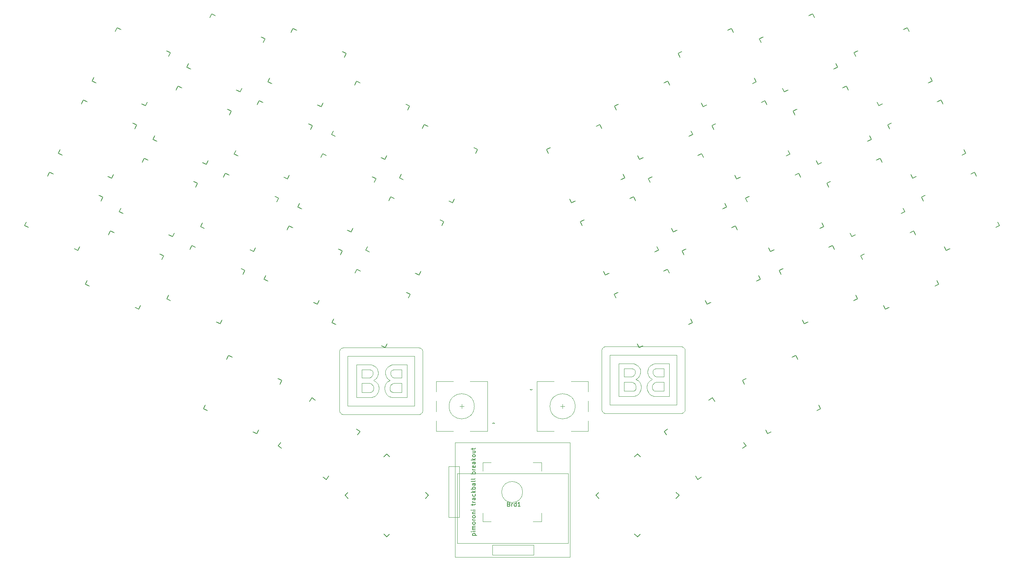
<source format=gbr>
%TF.GenerationSoftware,KiCad,Pcbnew,(5.1.9)-1*%
%TF.CreationDate,2021-07-18T01:14:03-07:00*%
%TF.ProjectId,barobord,6261726f-626f-4726-942e-6b696361645f,rev?*%
%TF.SameCoordinates,Original*%
%TF.FileFunction,Legend,Top*%
%TF.FilePolarity,Positive*%
%FSLAX46Y46*%
G04 Gerber Fmt 4.6, Leading zero omitted, Abs format (unit mm)*
G04 Created by KiCad (PCBNEW (5.1.9)-1) date 2021-07-18 01:14:03*
%MOMM*%
%LPD*%
G01*
G04 APERTURE LIST*
%ADD10C,0.080000*%
%ADD11C,0.120000*%
%ADD12C,0.150000*%
G04 APERTURE END LIST*
D10*
X167597456Y-104021104D02*
X167766129Y-103929904D01*
X167450832Y-119437127D02*
X167329840Y-119290504D01*
X176583763Y-113670994D02*
X176505663Y-114093094D01*
X169145273Y-117742824D02*
X169145273Y-105836604D01*
X167180874Y-104643904D02*
X167238614Y-104457404D01*
X186567893Y-119558119D02*
X186399293Y-119649345D01*
X187004693Y-118785040D02*
X186984493Y-118935384D01*
X185020293Y-105836604D02*
X185020293Y-117742824D01*
X168102919Y-103852204D02*
X168153081Y-103852204D01*
X186012493Y-103852204D02*
X186062493Y-103852204D01*
X167160893Y-118785040D02*
X167160893Y-118735016D01*
X168153081Y-103852204D02*
X186012493Y-103852204D01*
X167180874Y-118935384D02*
X167160893Y-118785040D01*
X167238614Y-104457404D02*
X167329840Y-104288805D01*
X167597456Y-119558119D02*
X167450832Y-119437127D01*
X186212793Y-119707085D02*
X186062493Y-119727204D01*
X176505663Y-114093094D02*
X176490063Y-114145874D01*
X168153081Y-119727204D02*
X168102919Y-119727204D01*
X167952576Y-103872204D02*
X168102919Y-103852204D01*
X167160893Y-104794204D02*
X167180874Y-104643904D01*
X167160893Y-118735016D02*
X167160893Y-104844404D01*
X186926793Y-119121830D02*
X186835593Y-119290504D01*
X186399293Y-103929904D02*
X186567893Y-104021104D01*
X167766129Y-119649345D02*
X167597456Y-119558119D01*
X186984493Y-118935384D02*
X186926793Y-119121830D01*
X186984493Y-104643904D02*
X187004693Y-104794204D01*
X186062493Y-119727204D02*
X186012493Y-119727204D01*
X167329840Y-119290504D02*
X167238614Y-119121830D01*
X186835593Y-104288805D02*
X186926793Y-104457404D01*
X186062493Y-103852204D02*
X186212793Y-103872204D01*
X186212793Y-103872204D02*
X186399293Y-103929904D01*
X167160893Y-104844404D02*
X167160893Y-104794204D01*
X168102919Y-119727204D02*
X167952576Y-119707085D01*
X186835593Y-119290504D02*
X186714593Y-119437127D01*
X186012493Y-119727204D02*
X168153081Y-119727204D01*
X185020293Y-117742824D02*
X169145273Y-117742824D01*
X187004693Y-104794204D02*
X187004693Y-104844404D01*
X187004693Y-118735016D02*
X187004693Y-118785040D01*
X186714593Y-104142104D02*
X186835593Y-104288805D01*
X186926793Y-104457404D02*
X186984493Y-104643904D01*
X167952576Y-119707085D02*
X167766129Y-119649345D01*
X186714593Y-119437127D02*
X186567893Y-119558119D01*
X187004693Y-104844404D02*
X187004693Y-118735016D01*
X167329840Y-104288805D02*
X167450832Y-104142104D01*
X167766129Y-103929904D02*
X167952576Y-103872204D01*
X186567893Y-104021104D02*
X186714593Y-104142104D01*
X176474363Y-114198504D02*
X176249613Y-114687034D01*
X169145273Y-105836604D02*
X185020293Y-105836604D01*
X167238614Y-119121830D02*
X167180874Y-118935384D01*
X186399293Y-119649345D02*
X186212793Y-119707085D01*
X176490063Y-114145874D02*
X176474363Y-114198504D01*
X167450832Y-104142104D02*
X167597456Y-104021104D01*
X176583763Y-113512814D02*
X176583763Y-113670994D01*
X174728682Y-112429924D02*
X174609193Y-112368084D01*
X174872262Y-112533994D02*
X174728682Y-112429924D01*
X174998343Y-112664484D02*
X174872262Y-112533994D01*
X175082693Y-112780234D02*
X174998343Y-112664484D01*
X175125803Y-110170524D02*
X175153783Y-109969444D01*
X175106793Y-112821294D02*
X175082693Y-112780234D01*
X174903133Y-110627724D02*
X175042303Y-110412354D01*
X175317783Y-113443064D02*
X175265013Y-113164024D01*
X174708253Y-110816814D02*
X174761172Y-110774904D01*
X174761172Y-110774904D02*
X174903133Y-110627724D01*
X175141923Y-112875874D02*
X175106793Y-112821294D01*
X175317783Y-113536234D02*
X175317783Y-113443064D01*
X175042303Y-110412354D02*
X175125803Y-110170524D01*
X174680843Y-110838294D02*
X174708253Y-110816814D01*
X175153783Y-109969444D02*
X175153783Y-109902484D01*
X174547033Y-110925114D02*
X174680843Y-110838294D01*
X174546083Y-112344515D02*
X174447413Y-112317075D01*
X174567573Y-112352354D02*
X174546083Y-112344515D01*
X174609193Y-112368084D02*
X174567573Y-112352354D01*
X175265013Y-113164024D02*
X175141923Y-112875874D01*
X172481103Y-111027774D02*
X173969782Y-111027774D01*
X175153783Y-109815244D02*
X175100193Y-109553704D01*
X174739543Y-115677424D02*
X174346803Y-115716544D01*
X175842403Y-111953675D02*
X176189113Y-112307304D01*
X175422523Y-111540144D02*
X175294363Y-111613884D01*
X176396223Y-109741934D02*
X176396223Y-109843784D01*
X175282653Y-115542664D02*
X175080473Y-115605064D01*
X175083363Y-108015304D02*
X175149793Y-108040604D01*
X174216023Y-107862804D02*
X174328773Y-107862804D01*
X171238513Y-107862804D02*
X174216023Y-107862804D01*
X175860853Y-115177324D02*
X175821873Y-115212464D01*
X176120743Y-110854844D02*
X175776393Y-111265754D01*
X176327333Y-110380784D02*
X176120743Y-110854844D01*
X175364633Y-115509424D02*
X175317783Y-115529004D01*
X174391742Y-110992634D02*
X174417113Y-110984804D01*
X176396223Y-109978014D02*
X176327333Y-110380784D01*
X175776393Y-111265754D02*
X175422523Y-111540144D01*
X176249613Y-114687034D02*
X176220403Y-114731944D01*
X172481103Y-109105404D02*
X172481103Y-111027774D01*
X174366243Y-110998424D02*
X174391742Y-110992634D01*
X174209953Y-111018954D02*
X174366243Y-110998424D01*
X174346803Y-115716544D02*
X174216023Y-115716544D01*
X176243823Y-112387484D02*
X176300453Y-112467564D01*
X174029723Y-111027774D02*
X174209953Y-111018954D01*
X174298043Y-109105404D02*
X172481103Y-109105404D01*
X175775023Y-108437204D02*
X175823813Y-108480204D01*
X176192953Y-114776884D02*
X176038613Y-114986894D01*
X174843053Y-115659924D02*
X174790423Y-115669694D01*
X175100193Y-109553704D02*
X174939783Y-109304704D01*
X175294363Y-111613884D02*
X175397833Y-111662634D01*
X176035723Y-108721304D02*
X176204673Y-108997804D01*
X175821873Y-115212464D02*
X175784653Y-115245694D01*
X175584413Y-115391214D02*
X175364633Y-115509424D01*
X173969782Y-111027774D02*
X174029723Y-111027774D01*
X174672302Y-109155204D02*
X174391603Y-109105404D01*
X175153783Y-109902484D02*
X175153783Y-109815244D01*
X176204673Y-108997804D02*
X176232113Y-109058404D01*
X176583763Y-113361754D02*
X176583763Y-113512814D01*
X176498743Y-112909064D02*
X176583763Y-113361754D01*
X176300453Y-112467564D02*
X176498743Y-112909064D01*
X176259383Y-109118904D02*
X176355163Y-109436404D01*
X176355163Y-109436404D02*
X176396223Y-109741934D01*
X175726093Y-108392304D02*
X175775023Y-108437204D01*
X174790423Y-115669694D02*
X174739543Y-115677424D01*
X175823813Y-108480204D02*
X176035723Y-108721304D01*
X171238513Y-115716544D02*
X171238513Y-107862804D01*
X175080473Y-115605064D02*
X174843053Y-115659924D01*
X176038613Y-114986894D02*
X175860853Y-115177324D01*
X174391603Y-109105404D02*
X174298043Y-109105404D01*
X174328773Y-107862804D02*
X174667193Y-107900904D01*
X176189113Y-112307304D02*
X176243823Y-112387484D01*
X175317783Y-115529004D02*
X175282653Y-115542664D01*
X175397833Y-111662634D02*
X175842403Y-111953675D01*
X175455443Y-108196904D02*
X175726093Y-108392304D01*
X175784653Y-115245694D02*
X175584413Y-115391214D01*
X176220403Y-114731944D02*
X176192953Y-114776884D01*
X174667193Y-107900904D02*
X175016933Y-107989804D01*
X174216023Y-115716544D02*
X171238513Y-115716544D01*
X175016933Y-107989804D02*
X175083363Y-108015304D01*
X176396223Y-109843784D02*
X176396223Y-109978014D01*
X175149793Y-108040604D02*
X175455443Y-108196904D01*
X176232113Y-109058404D02*
X176259383Y-109118904D01*
X174417113Y-110984804D02*
X174547033Y-110925114D01*
X174939783Y-109304704D02*
X174672302Y-109155204D01*
X179544893Y-109304604D02*
X179384493Y-109553704D01*
X179812293Y-109155004D02*
X179544893Y-109304604D01*
X182003593Y-109105304D02*
X180186693Y-109105304D01*
X179937493Y-110925114D02*
X180067493Y-110984804D01*
X180092993Y-109105304D02*
X179812293Y-109155004D01*
X180118293Y-110998424D02*
X180274593Y-111018954D01*
X180186693Y-109105304D02*
X180092993Y-109105304D01*
X182003593Y-111027774D02*
X182003593Y-109105304D01*
X180514893Y-111027774D02*
X182003593Y-111027774D01*
X180454793Y-111027774D02*
X180514893Y-111027774D01*
X180274593Y-111018954D02*
X180454793Y-111027774D01*
X180067493Y-110984804D02*
X180092993Y-110992634D01*
X180092993Y-110992634D02*
X180118293Y-110998424D01*
X179803693Y-110838294D02*
X179937493Y-110925114D01*
X179486193Y-112664344D02*
X179401893Y-112780094D01*
X179875393Y-112368084D02*
X179755893Y-112429924D01*
X175317783Y-113636144D02*
X175317783Y-113536234D01*
X174461593Y-114450564D02*
X174777043Y-114393384D01*
X172481103Y-112293784D02*
X172481103Y-114450564D01*
X179938593Y-112344515D02*
X179917093Y-112352354D01*
X179330993Y-109969444D02*
X179358793Y-110170524D01*
X179330993Y-109902484D02*
X179330993Y-109969444D01*
X179219593Y-113164024D02*
X179166893Y-113443064D01*
X179917093Y-112352354D02*
X179875393Y-112368084D01*
X180259993Y-112296684D02*
X180155393Y-112303414D01*
X180139792Y-112305504D02*
X180114192Y-112305504D01*
X180155393Y-112303414D02*
X180139792Y-112305504D01*
X182003593Y-112293784D02*
X180432893Y-112293784D01*
X179407093Y-114221934D02*
X179707493Y-114393384D01*
X175077442Y-114221934D02*
X175257703Y-113936284D01*
X174777043Y-114393384D02*
X175077442Y-114221934D01*
X179226893Y-113936284D02*
X179407093Y-114221934D01*
X174370503Y-112305504D02*
X174344893Y-112305504D01*
X179401893Y-112780094D02*
X179377893Y-112821154D01*
X172481103Y-114450564D02*
X174356603Y-114450564D01*
X174224702Y-112296684D02*
X174095053Y-112293784D01*
X179612293Y-112533994D02*
X179486193Y-112664344D01*
X179755893Y-112429924D02*
X179612293Y-112533994D01*
X180128093Y-114450564D02*
X182003593Y-114450564D01*
X179342593Y-112875874D02*
X179219593Y-113164024D01*
X174356603Y-114450564D02*
X174461593Y-114450564D01*
X180432893Y-112293784D02*
X180389593Y-112293784D01*
X179166893Y-113636144D02*
X179226893Y-113936284D01*
X179377893Y-112821154D02*
X179342593Y-112875874D01*
X180389593Y-112293784D02*
X180259993Y-112296684D01*
X180037293Y-112317075D02*
X179938593Y-112344515D01*
X174095053Y-112293784D02*
X174051913Y-112293784D01*
X175257703Y-113936284D02*
X175317783Y-113636144D01*
X174447413Y-112317075D02*
X174370503Y-112305504D01*
X180114192Y-112305504D02*
X180037293Y-112317075D01*
X174329163Y-112303414D02*
X174224702Y-112296684D01*
X179166893Y-113536234D02*
X179166893Y-113636144D01*
X179776393Y-110816814D02*
X179803693Y-110838294D01*
X179723393Y-110774904D02*
X179776393Y-110816814D01*
X179581393Y-110627724D02*
X179723393Y-110774904D01*
X174344893Y-112305504D02*
X174329163Y-112303414D01*
X179442293Y-110412354D02*
X179581393Y-110627724D01*
X179707493Y-114393384D02*
X180022993Y-114450564D01*
X179358793Y-110170524D02*
X179442293Y-110412354D01*
X174051913Y-112293784D02*
X172481103Y-112293784D01*
X182003593Y-114450564D02*
X182003593Y-112293784D01*
X180022993Y-114450564D02*
X180128093Y-114450564D01*
X179166893Y-113443064D02*
X179166893Y-113536234D01*
X179401293Y-108015304D02*
X179467693Y-107989804D01*
X178623693Y-115177324D02*
X178445893Y-114986894D01*
X178642293Y-111953675D02*
X179086693Y-111662634D01*
X178264293Y-114731944D02*
X178234893Y-114686894D01*
X177900893Y-113657764D02*
X177900893Y-113512814D01*
X179029093Y-108196904D02*
X179334893Y-108040604D01*
X177978893Y-114093094D02*
X177900893Y-113657764D01*
X178699893Y-115245694D02*
X178662793Y-115212464D01*
X178662793Y-115212464D02*
X178623693Y-115177324D01*
X179166893Y-115529004D02*
X179119893Y-115509424D01*
X179202093Y-115542664D02*
X179166893Y-115529004D01*
X179404193Y-115605064D02*
X179202093Y-115542664D01*
X179745193Y-115677424D02*
X179694393Y-115669694D01*
X179334893Y-108040604D02*
X179401293Y-108015304D01*
X178088493Y-109843924D02*
X178088493Y-109741934D01*
X178088493Y-109978124D02*
X178088493Y-109843924D01*
X178363793Y-110854844D02*
X178157193Y-110380784D01*
X178184093Y-112467564D02*
X178240893Y-112387484D01*
X179384493Y-109553704D02*
X179330993Y-109815244D01*
X180268793Y-107862804D02*
X183246193Y-107862804D01*
X180155892Y-107862804D02*
X180268793Y-107862804D01*
X178709693Y-108437204D02*
X178758493Y-108392304D01*
X178129393Y-109436404D02*
X178225193Y-109118904D01*
X177985793Y-112909064D02*
X178184093Y-112467564D01*
X178234893Y-114686894D02*
X178010193Y-114198504D01*
X178448793Y-108721304D02*
X178660793Y-108480104D01*
X178291593Y-114776884D02*
X178264293Y-114731944D01*
X177900893Y-113512814D02*
X177900893Y-113361754D01*
X178445893Y-114986894D02*
X178291593Y-114776884D01*
X180268793Y-115716544D02*
X180125193Y-115716544D01*
X178088493Y-109741934D02*
X178129393Y-109436404D01*
X179330993Y-109815244D02*
X179330993Y-109902484D01*
X178708193Y-111265754D02*
X178363793Y-110854844D01*
X179694393Y-115669694D02*
X179641593Y-115659924D01*
X179817493Y-107900904D02*
X180155892Y-107862804D01*
X178758493Y-108392304D02*
X179029093Y-108196904D01*
X179641593Y-115659924D02*
X179404193Y-115605064D01*
X177994593Y-114145874D02*
X177978893Y-114093094D01*
X178900093Y-115391214D02*
X178699893Y-115245694D01*
X178010193Y-114198504D02*
X177994593Y-114145874D01*
X179119893Y-115509424D02*
X178900093Y-115391214D01*
X178225193Y-109118904D02*
X178252593Y-109058404D01*
X179086693Y-111662634D02*
X179190293Y-111613884D01*
X179467693Y-107989804D02*
X179817493Y-107900904D01*
X183246193Y-107862804D02*
X183246193Y-115716544D01*
X179061993Y-111540144D02*
X178708193Y-111265754D01*
X177900893Y-113361754D02*
X177985793Y-112909064D01*
X178660793Y-108480104D02*
X178709693Y-108437204D01*
X178279893Y-108997804D02*
X178448793Y-108721304D01*
X178295593Y-112307304D02*
X178642293Y-111953675D01*
X179190293Y-111613884D02*
X179061993Y-111540144D01*
X178240893Y-112387484D02*
X178295593Y-112307304D01*
X180125193Y-115716544D02*
X179745193Y-115677424D01*
X183246193Y-115716544D02*
X180268793Y-115716544D01*
X178157193Y-110380784D02*
X178088493Y-109978124D01*
X178252593Y-109058404D02*
X178279893Y-108997804D01*
X112620533Y-110672254D02*
X112704033Y-110430424D01*
X111788183Y-111278854D02*
X111944473Y-111258324D01*
X112732013Y-110162384D02*
X112732013Y-110075144D01*
X112481363Y-110887624D02*
X112620533Y-110672254D01*
X112339402Y-111034804D02*
X112481363Y-110887624D01*
X113905563Y-110640684D02*
X113698973Y-111114744D01*
X112286483Y-111076714D02*
X112339402Y-111034804D01*
X112125263Y-111185014D02*
X112259073Y-111098194D01*
X112595163Y-108249704D02*
X112661593Y-108275204D01*
X111995343Y-111244704D02*
X112125263Y-111185014D01*
X113698973Y-111114744D02*
X113354623Y-111525654D01*
X111944473Y-111258324D02*
X111969972Y-111252534D01*
X112245423Y-108160804D02*
X112595163Y-108249704D01*
X110059333Y-109365304D02*
X110059333Y-111287674D01*
X113420633Y-112213575D02*
X113767343Y-112567204D01*
X112250532Y-109415104D02*
X111969833Y-109365304D01*
X113822053Y-112647384D02*
X113878683Y-112727464D01*
X113613953Y-108981204D02*
X113782903Y-109257704D01*
X113402043Y-108740104D02*
X113613953Y-108981204D01*
X113767343Y-112567204D02*
X113822053Y-112647384D01*
X111548012Y-111287674D02*
X111607953Y-111287674D01*
X113354623Y-111525654D02*
X113000753Y-111800044D01*
X113837613Y-109378804D02*
X113933393Y-109696304D01*
X108816743Y-108122704D02*
X111794253Y-108122704D01*
X112518013Y-109564604D02*
X112250532Y-109415104D01*
X112661593Y-108275204D02*
X112728023Y-108300504D01*
X114076973Y-113168964D02*
X114161993Y-113621654D01*
X112976063Y-111922534D02*
X113420633Y-112213575D01*
X111876273Y-109365304D02*
X110059333Y-109365304D01*
X113000753Y-111800044D02*
X112872593Y-111873784D01*
X112872593Y-111873784D02*
X112976063Y-111922534D01*
X113810343Y-109318304D02*
X113837613Y-109378804D01*
X112678423Y-109813604D02*
X112518013Y-109564604D01*
X111794253Y-108122704D02*
X111907003Y-108122704D01*
X114161993Y-113621654D02*
X114161993Y-113772714D01*
X113974453Y-110103684D02*
X113974453Y-110237914D01*
X113933393Y-109696304D02*
X113974453Y-110001834D01*
X113304323Y-108652204D02*
X113353253Y-108697104D01*
X111969833Y-109365304D02*
X111876273Y-109365304D01*
X113878683Y-112727464D02*
X114076973Y-113168964D01*
X113353253Y-108697104D02*
X113402043Y-108740104D01*
X113782903Y-109257704D02*
X113810343Y-109318304D01*
X112843243Y-113423924D02*
X112720153Y-113135774D01*
X113033673Y-108456804D02*
X113304323Y-108652204D01*
X111969972Y-111252534D02*
X111995343Y-111244704D01*
X112896013Y-113702964D02*
X112843243Y-113423924D01*
X112896013Y-113796134D02*
X112896013Y-113702964D01*
X112732013Y-110229344D02*
X112732013Y-110162384D01*
X110059333Y-111287674D02*
X111548012Y-111287674D01*
X113974453Y-110237914D02*
X113905563Y-110640684D01*
X113974453Y-110001834D02*
X113974453Y-110103684D01*
X111907003Y-108122704D02*
X112245423Y-108160804D01*
X112704033Y-110430424D02*
X112732013Y-110229344D01*
X111607953Y-111287674D02*
X111788183Y-111278854D01*
X112259073Y-111098194D02*
X112286483Y-111076714D01*
X112732013Y-110075144D02*
X112678423Y-109813604D01*
X112728023Y-108300504D02*
X113033673Y-108456804D01*
X116241023Y-115472364D02*
X116201923Y-115437224D01*
X119581823Y-109365204D02*
X117764923Y-109365204D01*
X117323423Y-115937324D02*
X117272623Y-115929594D01*
X115707623Y-109696304D02*
X115803423Y-109378804D01*
X117847023Y-108122704D02*
X120824423Y-108122704D01*
X117045923Y-108249704D02*
X117395723Y-108160804D01*
X116913123Y-108300504D02*
X116979523Y-108275204D01*
X115564023Y-113168964D02*
X115762323Y-112727464D01*
X115803423Y-109378804D02*
X115830823Y-109318304D01*
X115819123Y-112647384D02*
X115873823Y-112567204D01*
X116287923Y-108697104D02*
X116336723Y-108652204D01*
X115479123Y-113772714D02*
X115479123Y-113621654D01*
X115942023Y-111114744D02*
X115735423Y-110640684D01*
X116278123Y-115505594D02*
X116241023Y-115472364D01*
X116478323Y-115651114D02*
X116278123Y-115505594D01*
X116698123Y-115769324D02*
X116478323Y-115651114D01*
X120824423Y-108122704D02*
X120824423Y-115976444D01*
X120824423Y-115976444D02*
X117847023Y-115976444D01*
X116909223Y-110075144D02*
X116909223Y-110162384D01*
X115479123Y-113621654D02*
X115564023Y-113168964D01*
X117123123Y-109564504D02*
X116962723Y-109813604D01*
X115762323Y-112727464D02*
X115819123Y-112647384D01*
X115858123Y-109257704D02*
X116027023Y-108981204D01*
X116220523Y-112213575D02*
X116664923Y-111922534D01*
X116640223Y-111800044D02*
X116286423Y-111525654D01*
X117395723Y-108160804D02*
X117734122Y-108122704D01*
X115666723Y-110238024D02*
X115666723Y-110103824D01*
X116745123Y-115788904D02*
X116698123Y-115769324D01*
X116982423Y-115864964D02*
X116780323Y-115802564D01*
X117219823Y-115919824D02*
X116982423Y-115864964D01*
X115666723Y-110001834D02*
X115707623Y-109696304D01*
X117272623Y-115929594D02*
X117219823Y-115919824D01*
X116336723Y-108652204D02*
X116607323Y-108456804D01*
X116979523Y-108275204D02*
X117045923Y-108249704D01*
X116286423Y-111525654D02*
X115942023Y-111114744D01*
X116768523Y-111873784D02*
X116640223Y-111800044D01*
X118093123Y-111287674D02*
X119581823Y-111287674D01*
X117696523Y-111258324D02*
X117852823Y-111278854D01*
X116664923Y-111922534D02*
X116768523Y-111873784D01*
X117390523Y-109414904D02*
X117123123Y-109564504D01*
X115873823Y-112567204D02*
X116220523Y-112213575D01*
X117671223Y-109365204D02*
X117390523Y-109414904D01*
X119581823Y-111287674D02*
X119581823Y-109365204D01*
X116780323Y-115802564D02*
X116745123Y-115788904D01*
X116027023Y-108981204D02*
X116239023Y-108740004D01*
X116962723Y-109813604D02*
X116909223Y-110075144D01*
X115830823Y-109318304D02*
X115858123Y-109257704D01*
X115735423Y-110640684D02*
X115666723Y-110238024D01*
X117847023Y-115976444D02*
X117703423Y-115976444D01*
X116607323Y-108456804D02*
X116913123Y-108300504D01*
X116239023Y-108740004D02*
X116287923Y-108697104D01*
X118033023Y-111287674D02*
X118093123Y-111287674D01*
X117734122Y-108122704D02*
X117847023Y-108122704D01*
X115813123Y-114946794D02*
X115588423Y-114458404D01*
X115842523Y-114991844D02*
X115813123Y-114946794D01*
X115666723Y-110103824D02*
X115666723Y-110001834D01*
X117703423Y-115976444D02*
X117323423Y-115937324D01*
X115869823Y-115036784D02*
X115842523Y-114991844D01*
X116024123Y-115246794D02*
X115869823Y-115036784D01*
X117852823Y-111278854D02*
X118033023Y-111287674D01*
X116201923Y-115437224D02*
X116024123Y-115246794D01*
X117764923Y-109365204D02*
X117671223Y-109365204D01*
X116980123Y-113039994D02*
X116956123Y-113081054D01*
X116797823Y-113423924D02*
X116745123Y-113702964D01*
X117354623Y-111076714D02*
X117381923Y-111098194D01*
X116937023Y-110430424D02*
X117020523Y-110672254D01*
X116909223Y-110229344D02*
X116937023Y-110430424D01*
X112896013Y-113896044D02*
X112896013Y-113796134D01*
X112660923Y-113040134D02*
X112576573Y-112924384D01*
X119581823Y-114710464D02*
X119581823Y-112553684D01*
X116956123Y-113081054D02*
X116920823Y-113135774D01*
X117334123Y-112689824D02*
X117190523Y-112793894D01*
X117601223Y-114710464D02*
X117706323Y-114710464D01*
X111923123Y-112565404D02*
X111907393Y-112563314D01*
X110059333Y-114710464D02*
X111934833Y-114710464D01*
X117516823Y-112604415D02*
X117495323Y-112612254D01*
X111934833Y-114710464D02*
X112039823Y-114710464D01*
X117733623Y-112563314D02*
X117718022Y-112565404D01*
X118011123Y-112553684D02*
X117967823Y-112553684D01*
X112685023Y-113081194D02*
X112660923Y-113040134D01*
X110059333Y-112553684D02*
X110059333Y-114710464D01*
X119581823Y-112553684D02*
X118011123Y-112553684D01*
X111948733Y-112565404D02*
X111923123Y-112565404D01*
X117706323Y-114710464D02*
X119581823Y-114710464D01*
X116745123Y-113796134D02*
X116745123Y-113896044D01*
X111630143Y-112553684D02*
X110059333Y-112553684D01*
X117285723Y-114653284D02*
X117601223Y-114710464D01*
X112720153Y-113135774D02*
X112685023Y-113081194D01*
X117064423Y-112924244D02*
X116980123Y-113039994D01*
X111802932Y-112556584D02*
X111673283Y-112553684D01*
X117453623Y-112627984D02*
X117334123Y-112689824D01*
X117495323Y-112612254D02*
X117453623Y-112627984D01*
X117692422Y-112565404D02*
X117615523Y-112576975D01*
X117838223Y-112556584D02*
X117733623Y-112563314D01*
X112835933Y-114196184D02*
X112896013Y-113896044D01*
X111673283Y-112553684D02*
X111630143Y-112553684D01*
X112145803Y-112612254D02*
X112124313Y-112604415D01*
X112039823Y-114710464D02*
X112355273Y-114653284D01*
X111907393Y-112563314D02*
X111802932Y-112556584D01*
X117615523Y-112576975D02*
X117516823Y-112604415D01*
X117718022Y-112565404D02*
X117692422Y-112565404D01*
X112355273Y-114653284D02*
X112655672Y-114481834D01*
X112576573Y-112924384D02*
X112450492Y-112793894D01*
X117671223Y-111252534D02*
X117696523Y-111258324D01*
X116745123Y-113702964D02*
X116745123Y-113796134D01*
X112025643Y-112576975D02*
X111948733Y-112565404D01*
X117645723Y-111244704D02*
X117671223Y-111252534D01*
X117159623Y-110887624D02*
X117301623Y-111034804D01*
X112124313Y-112604415D02*
X112025643Y-112576975D01*
X112187423Y-112627984D02*
X112145803Y-112612254D01*
X117301623Y-111034804D02*
X117354623Y-111076714D01*
X117190523Y-112793894D02*
X117064423Y-112924244D01*
X116985323Y-114481834D02*
X117285723Y-114653284D01*
X116745123Y-113896044D02*
X116805123Y-114196184D01*
X112306912Y-112689824D02*
X112187423Y-112627984D01*
X117515723Y-111185014D02*
X117645723Y-111244704D01*
X117381923Y-111098194D02*
X117515723Y-111185014D01*
X117020523Y-110672254D02*
X117159623Y-110887624D01*
X116909223Y-110162384D02*
X116909223Y-110229344D01*
X116805123Y-114196184D02*
X116985323Y-114481834D01*
X112655672Y-114481834D02*
X112835933Y-114196184D01*
X112450492Y-112793894D02*
X112306912Y-112689824D01*
X116920823Y-113135774D02*
X116797823Y-113423924D01*
X117967823Y-112553684D02*
X117838223Y-112556584D01*
X115588423Y-114458404D02*
X115572823Y-114405774D01*
X115557123Y-114352994D02*
X115479123Y-113917664D01*
X115479123Y-113917664D02*
X115479123Y-113772714D01*
X115572823Y-114405774D02*
X115557123Y-114352994D01*
X123791023Y-119966985D02*
X123640723Y-119987104D01*
X123590723Y-104112104D02*
X123640723Y-104112104D01*
X124562723Y-119195284D02*
X124505023Y-119381730D01*
X124582923Y-105104304D02*
X124582923Y-118994916D01*
X123977523Y-119909245D02*
X123791023Y-119966985D01*
X124413823Y-119550404D02*
X124292823Y-119697027D01*
X124582923Y-105054104D02*
X124582923Y-105104304D01*
X124562723Y-104903804D02*
X124582923Y-105054104D01*
X124505023Y-104717304D02*
X124562723Y-104903804D01*
X124146123Y-119818019D02*
X123977523Y-119909245D01*
X124292823Y-119697027D02*
X124146123Y-119818019D01*
X124582923Y-118994916D02*
X124582923Y-119044940D01*
X123791023Y-104132104D02*
X123977523Y-104189804D01*
X123640723Y-104112104D02*
X123791023Y-104132104D01*
X124292823Y-104402004D02*
X124413823Y-104548705D01*
X123977523Y-104189804D02*
X124146123Y-104281004D01*
X124505023Y-119381730D02*
X124413823Y-119550404D01*
X124146123Y-104281004D02*
X124292823Y-104402004D01*
X124582923Y-119044940D02*
X124562723Y-119195284D01*
X124413823Y-104548705D02*
X124505023Y-104717304D01*
X105681149Y-119987104D02*
X105530806Y-119966985D01*
X105731311Y-119987104D02*
X105681149Y-119987104D01*
X105731311Y-104112104D02*
X123590723Y-104112104D01*
X123590723Y-119987104D02*
X105731311Y-119987104D01*
X123640723Y-119987104D02*
X123590723Y-119987104D01*
X114083893Y-114352994D02*
X114068293Y-114405774D01*
X113616843Y-115246794D02*
X113439083Y-115437224D01*
X105175686Y-104281004D02*
X105344359Y-104189804D01*
X114161993Y-113772714D02*
X114161993Y-113930894D01*
X104759104Y-119195284D02*
X104739123Y-119044940D01*
X105530806Y-119966985D02*
X105344359Y-119909245D01*
X104739123Y-105054104D02*
X104759104Y-104903804D01*
X112317773Y-115937324D02*
X111925033Y-115976444D01*
X112368653Y-115929594D02*
X112317773Y-115937324D01*
X114161993Y-113930894D02*
X114083893Y-114352994D01*
X112421283Y-115919824D02*
X112368653Y-115929594D01*
X112896013Y-115788904D02*
X112860883Y-115802564D01*
X113439083Y-115437224D02*
X113400103Y-115472364D01*
X114068293Y-114405774D02*
X114052593Y-114458404D01*
X122598523Y-118002724D02*
X106723503Y-118002724D01*
X104739123Y-118994916D02*
X104739123Y-105104304D01*
X105029062Y-119697027D02*
X104908070Y-119550404D01*
X105175686Y-119818019D02*
X105029062Y-119697027D01*
X112942863Y-115769324D02*
X112896013Y-115788904D01*
X113798633Y-114991844D02*
X113771183Y-115036784D01*
X106723503Y-118002724D02*
X106723503Y-106096504D01*
X105681149Y-104112104D02*
X105731311Y-104112104D01*
X104759104Y-104903804D02*
X104816844Y-104717304D01*
X105530806Y-104132104D02*
X105681149Y-104112104D01*
X104908070Y-104548705D02*
X105029062Y-104402004D01*
X104739123Y-105104304D02*
X104739123Y-105054104D01*
X104739123Y-119044940D02*
X104739123Y-118994916D01*
X104908070Y-119550404D02*
X104816844Y-119381730D01*
X113162643Y-115651114D02*
X112942863Y-115769324D01*
X105344359Y-104189804D02*
X105530806Y-104132104D01*
X104816844Y-119381730D02*
X104759104Y-119195284D01*
X122598523Y-106096504D02*
X122598523Y-118002724D01*
X105029062Y-104402004D02*
X105175686Y-104281004D01*
X106723503Y-106096504D02*
X122598523Y-106096504D01*
X108816743Y-115976444D02*
X108816743Y-108122704D01*
X111794253Y-115976444D02*
X108816743Y-115976444D01*
X113771183Y-115036784D02*
X113616843Y-115246794D01*
X111925033Y-115976444D02*
X111794253Y-115976444D01*
X112658703Y-115864964D02*
X112421283Y-115919824D01*
X113827843Y-114946934D02*
X113798633Y-114991844D01*
X112860883Y-115802564D02*
X112658703Y-115864964D01*
X113400103Y-115472364D02*
X113362883Y-115505594D01*
X105344359Y-119909245D02*
X105175686Y-119818019D01*
X113362883Y-115505594D02*
X113162643Y-115651114D01*
X104816844Y-104717304D02*
X104908070Y-104548705D01*
X114052593Y-114458404D02*
X113827843Y-114946934D01*
D11*
%TO.C,SW43*%
X160852593Y-118058404D02*
G75*
G03*
X160852593Y-118058404I-3000000J0D01*
G01*
X159852593Y-112158404D02*
X163952593Y-112158404D01*
X163952593Y-123958404D02*
X159852593Y-123958404D01*
X155852593Y-123958404D02*
X151752593Y-123958404D01*
X155852593Y-112158404D02*
X151752593Y-112158404D01*
X151752593Y-112158404D02*
X151752593Y-123958404D01*
X150352593Y-114258404D02*
X150052593Y-113958404D01*
X150052593Y-113958404D02*
X150652593Y-113958404D01*
X150652593Y-113958404D02*
X150352593Y-114258404D01*
X163952593Y-112158404D02*
X163952593Y-114558404D01*
X163952593Y-116758404D02*
X163952593Y-119358404D01*
X163952593Y-121558404D02*
X163952593Y-123958404D01*
X157852593Y-117558404D02*
X157852593Y-118558404D01*
X157352593Y-118058404D02*
X158352593Y-118058404D01*
%TO.C,SW42*%
X136852593Y-118058404D02*
G75*
G03*
X136852593Y-118058404I-3000000J0D01*
G01*
X131852593Y-123958404D02*
X127752593Y-123958404D01*
X127752593Y-112158404D02*
X131852593Y-112158404D01*
X135852593Y-112158404D02*
X139952593Y-112158404D01*
X135852593Y-123958404D02*
X139952593Y-123958404D01*
X139952593Y-123958404D02*
X139952593Y-112158404D01*
X141352593Y-121858404D02*
X141652593Y-122158404D01*
X141652593Y-122158404D02*
X141052593Y-122158404D01*
X141052593Y-122158404D02*
X141352593Y-121858404D01*
X127752593Y-123958404D02*
X127752593Y-121558404D01*
X127752593Y-119358404D02*
X127752593Y-116758404D01*
X127752593Y-114558404D02*
X127752593Y-112158404D01*
X133852593Y-118558404D02*
X133852593Y-117558404D01*
X134352593Y-118058404D02*
X133352593Y-118058404D01*
%TO.C,Brd1*%
X159652593Y-153958404D02*
X132252593Y-153958404D01*
X132252593Y-153958404D02*
X132252593Y-126658404D01*
X132252593Y-126658404D02*
X159652593Y-126658404D01*
X159652593Y-126658404D02*
X159652593Y-153958404D01*
X136130593Y-134063404D02*
X159230593Y-134063404D01*
X159230593Y-134063404D02*
X159230593Y-150663404D01*
X159230593Y-150663404D02*
X136130593Y-150663404D01*
X150951593Y-153469404D02*
X141172593Y-153469404D01*
X141172593Y-153469404D02*
X141172593Y-151056404D01*
X141172593Y-151056404D02*
X150951593Y-151056404D01*
X150951593Y-153469404D02*
X150951593Y-151056404D01*
X136130593Y-150663404D02*
X133044593Y-150663404D01*
X136130593Y-134063404D02*
X132790593Y-134038404D01*
X132790593Y-134038404D02*
X132790593Y-150675404D01*
X132790593Y-150675404D02*
X133044593Y-150663404D01*
%TO.C,J1*%
X130752593Y-132358404D02*
X133252593Y-132358404D01*
X133252593Y-132358404D02*
X133252593Y-132558404D01*
X130752593Y-144458404D02*
X130752593Y-132358404D01*
X133252593Y-132558404D02*
X133252593Y-144458404D01*
X133252593Y-144458404D02*
X130752593Y-144458404D01*
X140852593Y-145458404D02*
X138852593Y-145458404D01*
X139852593Y-145458404D02*
X140852593Y-145458404D01*
X138852593Y-145458404D02*
X139852593Y-145458404D01*
X152852593Y-133458404D02*
X152852593Y-131458404D01*
X138852593Y-133458404D02*
X138852593Y-131458404D01*
X152852593Y-145458404D02*
X152852593Y-143458404D01*
X138852593Y-131458404D02*
X138852593Y-133458404D01*
X138852593Y-131458404D02*
X140852593Y-131458404D01*
X152852593Y-145458404D02*
X150852593Y-145458404D01*
X148352593Y-138458404D02*
G75*
G03*
X148352593Y-138458404I-2500000J0D01*
G01*
X138852593Y-145458404D02*
X138852593Y-143458404D01*
X152852593Y-131458404D02*
X152852593Y-133458404D01*
X152852593Y-131458404D02*
X150852593Y-131458404D01*
D12*
%TO.C,SW24*%
X92300360Y-76049621D02*
X92722978Y-75143314D01*
X86806323Y-87831623D02*
X87712630Y-88254241D01*
X93629286Y-75565932D02*
X92722978Y-75143314D01*
X86806323Y-87831623D02*
X87228941Y-86925315D01*
X99917250Y-92841971D02*
X99494632Y-93748278D01*
X105411287Y-81059969D02*
X104504980Y-80637351D01*
X98588324Y-93325660D02*
X99494632Y-93748278D01*
X105411287Y-81059969D02*
X104988669Y-81966277D01*
%TO.C,SW4*%
X108359854Y-41609926D02*
X108782472Y-40703619D01*
X102865817Y-53391928D02*
X103772124Y-53814546D01*
X109688780Y-41126237D02*
X108782472Y-40703619D01*
X102865817Y-53391928D02*
X103288435Y-52485620D01*
X115976744Y-58402276D02*
X115554126Y-59308583D01*
X121470781Y-46620274D02*
X120564474Y-46197656D01*
X114647818Y-58885965D02*
X115554126Y-59308583D01*
X121470781Y-46620274D02*
X121048163Y-47526582D01*
%TO.C,SW14*%
X100330107Y-58829773D02*
X100752725Y-57923466D01*
X94836070Y-70611775D02*
X95742377Y-71034393D01*
X101659033Y-58346084D02*
X100752725Y-57923466D01*
X94836070Y-70611775D02*
X95258688Y-69705467D01*
X107946997Y-75622123D02*
X107524379Y-76528430D01*
X113441034Y-63840121D02*
X112534727Y-63417503D01*
X106618071Y-76105812D02*
X107524379Y-76528430D01*
X113441034Y-63840121D02*
X113018416Y-64746429D01*
%TO.C,SW34*%
X97633712Y-116830312D02*
X98207289Y-116011160D01*
X90177219Y-127479288D02*
X90996371Y-128052865D01*
X99026441Y-116584736D02*
X98207289Y-116011160D01*
X90177219Y-127479288D02*
X90750795Y-126660136D01*
X102218924Y-134690206D02*
X101645347Y-135509358D01*
X109675417Y-124041230D02*
X108856265Y-123467653D01*
X100826195Y-134935782D02*
X101645347Y-135509358D01*
X109675417Y-124041230D02*
X109101841Y-124860382D01*
%TO.C,SW7*%
X170651837Y-47526582D02*
X170229219Y-46620274D01*
X176145874Y-59308583D02*
X177052182Y-58885965D01*
X171135526Y-46197656D02*
X170229219Y-46620274D01*
X176145874Y-59308583D02*
X175723256Y-58402276D01*
X188411565Y-52485620D02*
X188834183Y-53391928D01*
X182917528Y-40703619D02*
X182011220Y-41126237D01*
X187927876Y-53814546D02*
X188834183Y-53391928D01*
X182917528Y-40703619D02*
X183340146Y-41609926D01*
%TO.C,SW40*%
X229180772Y-83126630D02*
X228758154Y-82220322D01*
X234674809Y-94908631D02*
X235581117Y-94486013D01*
X229664461Y-81797704D02*
X228758154Y-82220322D01*
X234674809Y-94908631D02*
X234252191Y-94002324D01*
X246940500Y-88085668D02*
X247363118Y-88991976D01*
X241446463Y-76303667D02*
X240540155Y-76726285D01*
X246456811Y-89414594D02*
X247363118Y-88991976D01*
X241446463Y-76303667D02*
X241869081Y-77209974D01*
%TO.C,SW39*%
X209847834Y-86624838D02*
X209425216Y-85718530D01*
X215341871Y-98406839D02*
X216248179Y-97984221D01*
X210331523Y-85295912D02*
X209425216Y-85718530D01*
X215341871Y-98406839D02*
X214919253Y-97500532D01*
X227607562Y-91583876D02*
X228030180Y-92490184D01*
X222113525Y-79801875D02*
X221207217Y-80224493D01*
X227123873Y-92912802D02*
X228030180Y-92490184D01*
X222113525Y-79801875D02*
X222536143Y-80708182D01*
%TO.C,SW38*%
X201080351Y-112780741D02*
X200657733Y-111874433D01*
X206574388Y-124562742D02*
X207480696Y-124140124D01*
X201564040Y-111451815D02*
X200657733Y-111874433D01*
X206574388Y-124562742D02*
X206151770Y-123656435D01*
X218840079Y-117739779D02*
X219262697Y-118646087D01*
X213346042Y-105957778D02*
X212439734Y-106380396D01*
X218356390Y-119068705D02*
X219262697Y-118646087D01*
X213346042Y-105957778D02*
X213768660Y-106864085D01*
%TO.C,SW37*%
X182598159Y-124860382D02*
X182024583Y-124041230D01*
X190054653Y-135509358D02*
X190873805Y-134935782D01*
X182843735Y-123467653D02*
X182024583Y-124041230D01*
X190054653Y-135509358D02*
X189481076Y-134690206D01*
X200949205Y-126660136D02*
X201522781Y-127479288D01*
X193492711Y-116011160D02*
X192673559Y-116584736D01*
X200703629Y-128052865D02*
X201522781Y-127479288D01*
X193492711Y-116011160D02*
X194066288Y-116830312D01*
%TO.C,SW36*%
X166494362Y-139965906D02*
X165787255Y-139258799D01*
X175686750Y-149158294D02*
X176393857Y-148451187D01*
X166494362Y-138551692D02*
X165787255Y-139258799D01*
X175686750Y-149158294D02*
X174979643Y-148451187D01*
X184879138Y-138551692D02*
X185586245Y-139258799D01*
X175686750Y-129359304D02*
X174979643Y-130066411D01*
X184879138Y-139965906D02*
X185586245Y-139258799D01*
X175686750Y-129359304D02*
X176393857Y-130066411D01*
%TO.C,SW35*%
X115306143Y-130066411D02*
X116013250Y-129359304D01*
X106113755Y-139258799D02*
X106820862Y-139965906D01*
X116720357Y-130066411D02*
X116013250Y-129359304D01*
X106113755Y-139258799D02*
X106820862Y-138551692D01*
X116720357Y-148451187D02*
X116013250Y-149158294D01*
X125912745Y-139258799D02*
X125205638Y-138551692D01*
X115306143Y-148451187D02*
X116013250Y-149158294D01*
X125912745Y-139258799D02*
X125205638Y-139965906D01*
%TO.C,SW33*%
X77931340Y-106864085D02*
X78353958Y-105957778D01*
X72437303Y-118646087D02*
X73343610Y-119068705D01*
X79260266Y-106380396D02*
X78353958Y-105957778D01*
X72437303Y-118646087D02*
X72859921Y-117739779D01*
X85548230Y-123656435D02*
X85125612Y-124562742D01*
X91042267Y-111874433D02*
X90135960Y-111451815D01*
X84219304Y-124140124D02*
X85125612Y-124562742D01*
X91042267Y-111874433D02*
X90619649Y-112780741D01*
%TO.C,SW32*%
X69163857Y-80708182D02*
X69586475Y-79801875D01*
X63669820Y-92490184D02*
X64576127Y-92912802D01*
X70492783Y-80224493D02*
X69586475Y-79801875D01*
X63669820Y-92490184D02*
X64092438Y-91583876D01*
X76780747Y-97500532D02*
X76358129Y-98406839D01*
X82274784Y-85718530D02*
X81368477Y-85295912D01*
X75451821Y-97984221D02*
X76358129Y-98406839D01*
X82274784Y-85718530D02*
X81852166Y-86624838D01*
%TO.C,SW31*%
X49830919Y-77209974D02*
X50253537Y-76303667D01*
X44336882Y-88991976D02*
X45243189Y-89414594D01*
X51159845Y-76726285D02*
X50253537Y-76303667D01*
X44336882Y-88991976D02*
X44759500Y-88085668D01*
X57447809Y-94002324D02*
X57025191Y-94908631D01*
X62941846Y-82220322D02*
X62035539Y-81797704D01*
X56118883Y-94486013D02*
X57025191Y-94908631D01*
X62941846Y-82220322D02*
X62519228Y-83126630D01*
%TO.C,SW30*%
X243653600Y-69205883D02*
X243230982Y-68299575D01*
X249147637Y-80987884D02*
X250053945Y-80565266D01*
X244137289Y-67876957D02*
X243230982Y-68299575D01*
X249147637Y-80987884D02*
X248725019Y-80081577D01*
X261413328Y-74164921D02*
X261835946Y-75071229D01*
X255919291Y-62382920D02*
X255012983Y-62805538D01*
X260929639Y-75493847D02*
X261835946Y-75071229D01*
X255919291Y-62382920D02*
X256341909Y-63289227D01*
%TO.C,SW29*%
X221151025Y-65906783D02*
X220728407Y-65000475D01*
X226645062Y-77688784D02*
X227551370Y-77266166D01*
X221634714Y-64577857D02*
X220728407Y-65000475D01*
X226645062Y-77688784D02*
X226222444Y-76782477D01*
X238910753Y-70865821D02*
X239333371Y-71772129D01*
X233416716Y-59083820D02*
X232510408Y-59506438D01*
X238427064Y-72194747D02*
X239333371Y-71772129D01*
X233416716Y-59083820D02*
X233839334Y-59990127D01*
%TO.C,SW28*%
X201818087Y-69404991D02*
X201395469Y-68498683D01*
X207312124Y-81186992D02*
X208218432Y-80764374D01*
X202301776Y-68076065D02*
X201395469Y-68498683D01*
X207312124Y-81186992D02*
X206889506Y-80280685D01*
X219577815Y-74364029D02*
X220000433Y-75270337D01*
X214083778Y-62582028D02*
X213177470Y-63004646D01*
X219094126Y-75692955D02*
X220000433Y-75270337D01*
X214083778Y-62582028D02*
X214506396Y-63488335D01*
%TO.C,SW27*%
X186711331Y-81966277D02*
X186288713Y-81059969D01*
X192205368Y-93748278D02*
X193111676Y-93325660D01*
X187195020Y-80637351D02*
X186288713Y-81059969D01*
X192205368Y-93748278D02*
X191782750Y-92841971D01*
X204471059Y-86925315D02*
X204893677Y-87831623D01*
X198977022Y-75143314D02*
X198070714Y-75565932D01*
X203987370Y-88254241D02*
X204893677Y-87831623D01*
X198977022Y-75143314D02*
X199399640Y-76049621D01*
%TO.C,SW26*%
X170548029Y-92261793D02*
X170125411Y-91355485D01*
X176042066Y-104043794D02*
X176948374Y-103621176D01*
X171031718Y-90932867D02*
X170125411Y-91355485D01*
X176042066Y-104043794D02*
X175619448Y-103137487D01*
X188307757Y-97220831D02*
X188730375Y-98127139D01*
X182813720Y-85438830D02*
X181907412Y-85861448D01*
X187824068Y-98549757D02*
X188730375Y-98127139D01*
X182813720Y-85438830D02*
X183236338Y-86345137D01*
%TO.C,SW25*%
X108463662Y-86345137D02*
X108886280Y-85438830D01*
X102969625Y-98127139D02*
X103875932Y-98549757D01*
X109792588Y-85861448D02*
X108886280Y-85438830D01*
X102969625Y-98127139D02*
X103392243Y-97220831D01*
X116080552Y-103137487D02*
X115657934Y-104043794D01*
X121574589Y-91355485D02*
X120668282Y-90932867D01*
X114751626Y-103621176D02*
X115657934Y-104043794D01*
X121574589Y-91355485D02*
X121151971Y-92261793D01*
%TO.C,SW23*%
X77193604Y-63488335D02*
X77616222Y-62582028D01*
X71699567Y-75270337D02*
X72605874Y-75692955D01*
X78522530Y-63004646D02*
X77616222Y-62582028D01*
X71699567Y-75270337D02*
X72122185Y-74364029D01*
X84810494Y-80280685D02*
X84387876Y-81186992D01*
X90304531Y-68498683D02*
X89398224Y-68076065D01*
X83481568Y-80764374D02*
X84387876Y-81186992D01*
X90304531Y-68498683D02*
X89881913Y-69404991D01*
%TO.C,SW22*%
X57860666Y-59990127D02*
X58283284Y-59083820D01*
X52366629Y-71772129D02*
X53272936Y-72194747D01*
X59189592Y-59506438D02*
X58283284Y-59083820D01*
X52366629Y-71772129D02*
X52789247Y-70865821D01*
X65477556Y-76782477D02*
X65054938Y-77688784D01*
X70971593Y-65000475D02*
X70065286Y-64577857D01*
X64148630Y-77266166D02*
X65054938Y-77688784D01*
X70971593Y-65000475D02*
X70548975Y-65906783D01*
%TO.C,SW21*%
X35358091Y-63289227D02*
X35780709Y-62382920D01*
X29864054Y-75071229D02*
X30770361Y-75493847D01*
X36687017Y-62805538D02*
X35780709Y-62382920D01*
X29864054Y-75071229D02*
X30286672Y-74164921D01*
X42974981Y-80081577D02*
X42552363Y-80987884D01*
X48469018Y-68299575D02*
X47562711Y-67876957D01*
X41646055Y-80565266D02*
X42552363Y-80987884D01*
X48469018Y-68299575D02*
X48046400Y-69205883D01*
%TO.C,SW20*%
X235623853Y-51986036D02*
X235201235Y-51079728D01*
X241117890Y-63768037D02*
X242024198Y-63345419D01*
X236107542Y-50657110D02*
X235201235Y-51079728D01*
X241117890Y-63768037D02*
X240695272Y-62861730D01*
X253383581Y-56945074D02*
X253806199Y-57851382D01*
X247889544Y-45163073D02*
X246983236Y-45585691D01*
X252899892Y-58274000D02*
X253806199Y-57851382D01*
X247889544Y-45163073D02*
X248312162Y-46069380D01*
%TO.C,SW19*%
X213121278Y-48686936D02*
X212698660Y-47780628D01*
X218615315Y-60468937D02*
X219521623Y-60046319D01*
X213604967Y-47358010D02*
X212698660Y-47780628D01*
X218615315Y-60468937D02*
X218192697Y-59562630D01*
X230881006Y-53645974D02*
X231303624Y-54552282D01*
X225386969Y-41863973D02*
X224480661Y-42286591D01*
X230397317Y-54974900D02*
X231303624Y-54552282D01*
X225386969Y-41863973D02*
X225809587Y-42770280D01*
%TO.C,SW18*%
X193788340Y-52185144D02*
X193365722Y-51278836D01*
X199282377Y-63967145D02*
X200188685Y-63544527D01*
X194272029Y-50856218D02*
X193365722Y-51278836D01*
X199282377Y-63967145D02*
X198859759Y-63060838D01*
X211548068Y-57144182D02*
X211970686Y-58050490D01*
X206054031Y-45362181D02*
X205147723Y-45784799D01*
X211064379Y-58473108D02*
X211970686Y-58050490D01*
X206054031Y-45362181D02*
X206476649Y-46268488D01*
%TO.C,SW17*%
X178681584Y-64746429D02*
X178258966Y-63840121D01*
X184175621Y-76528430D02*
X185081929Y-76105812D01*
X179165273Y-63417503D02*
X178258966Y-63840121D01*
X184175621Y-76528430D02*
X183753003Y-75622123D01*
X196441312Y-69705467D02*
X196863930Y-70611775D01*
X190947275Y-57923466D02*
X190040967Y-58346084D01*
X195957623Y-71034393D02*
X196863930Y-70611775D01*
X190947275Y-57923466D02*
X191369893Y-58829773D01*
%TO.C,SW16*%
X162518283Y-75041946D02*
X162095665Y-74135638D01*
X168012320Y-86823947D02*
X168918628Y-86401329D01*
X163001972Y-73713020D02*
X162095665Y-74135638D01*
X168012320Y-86823947D02*
X167589702Y-85917640D01*
X180278011Y-80000984D02*
X180700629Y-80907292D01*
X174783974Y-68218983D02*
X173877666Y-68641601D01*
X179794322Y-81329910D02*
X180700629Y-80907292D01*
X174783974Y-68218983D02*
X175206592Y-69125290D01*
%TO.C,SW15*%
X116493408Y-69125290D02*
X116916026Y-68218983D01*
X110999371Y-80907292D02*
X111905678Y-81329910D01*
X117822334Y-68641601D02*
X116916026Y-68218983D01*
X110999371Y-80907292D02*
X111421989Y-80000984D01*
X124110298Y-85917640D02*
X123687680Y-86823947D01*
X129604335Y-74135638D02*
X128698028Y-73713020D01*
X122781372Y-86401329D02*
X123687680Y-86823947D01*
X129604335Y-74135638D02*
X129181717Y-75041946D01*
%TO.C,SW13*%
X85223351Y-46268488D02*
X85645969Y-45362181D01*
X79729314Y-58050490D02*
X80635621Y-58473108D01*
X86552277Y-45784799D02*
X85645969Y-45362181D01*
X79729314Y-58050490D02*
X80151932Y-57144182D01*
X92840241Y-63060838D02*
X92417623Y-63967145D01*
X98334278Y-51278836D02*
X97427971Y-50856218D01*
X91511315Y-63544527D02*
X92417623Y-63967145D01*
X98334278Y-51278836D02*
X97911660Y-52185144D01*
%TO.C,SW12*%
X65890413Y-42770280D02*
X66313031Y-41863973D01*
X60396376Y-54552282D02*
X61302683Y-54974900D01*
X67219339Y-42286591D02*
X66313031Y-41863973D01*
X60396376Y-54552282D02*
X60818994Y-53645974D01*
X73507303Y-59562630D02*
X73084685Y-60468937D01*
X79001340Y-47780628D02*
X78095033Y-47358010D01*
X72178377Y-60046319D02*
X73084685Y-60468937D01*
X79001340Y-47780628D02*
X78578722Y-48686936D01*
%TO.C,SW11*%
X43387838Y-46069380D02*
X43810456Y-45163073D01*
X37893801Y-57851382D02*
X38800108Y-58274000D01*
X44716764Y-45585691D02*
X43810456Y-45163073D01*
X37893801Y-57851382D02*
X38316419Y-56945074D01*
X51004728Y-62861730D02*
X50582110Y-63768037D01*
X56498765Y-51079728D02*
X55592458Y-50657110D01*
X49675802Y-63345419D02*
X50582110Y-63768037D01*
X56498765Y-51079728D02*
X56076147Y-51986036D01*
%TO.C,SW10*%
X227594106Y-34766189D02*
X227171488Y-33859881D01*
X233088143Y-46548190D02*
X233994451Y-46125572D01*
X228077795Y-33437263D02*
X227171488Y-33859881D01*
X233088143Y-46548190D02*
X232665525Y-45641883D01*
X245353834Y-39725227D02*
X245776452Y-40631535D01*
X239859797Y-27943226D02*
X238953489Y-28365844D01*
X244870145Y-41054153D02*
X245776452Y-40631535D01*
X239859797Y-27943226D02*
X240282415Y-28849533D01*
%TO.C,SW9*%
X205091531Y-31467089D02*
X204668913Y-30560781D01*
X210585568Y-43249090D02*
X211491876Y-42826472D01*
X205575220Y-30138163D02*
X204668913Y-30560781D01*
X210585568Y-43249090D02*
X210162950Y-42342783D01*
X222851259Y-36426127D02*
X223273877Y-37332435D01*
X217357222Y-24644126D02*
X216450914Y-25066744D01*
X222367570Y-37755053D02*
X223273877Y-37332435D01*
X217357222Y-24644126D02*
X217779840Y-25550433D01*
%TO.C,SW8*%
X185758593Y-34965297D02*
X185335975Y-34058989D01*
X191252630Y-46747298D02*
X192158938Y-46324680D01*
X186242282Y-33636371D02*
X185335975Y-34058989D01*
X191252630Y-46747298D02*
X190830012Y-45840991D01*
X203518321Y-39924335D02*
X203940939Y-40830643D01*
X198024284Y-28142334D02*
X197117976Y-28564952D01*
X203034632Y-41253261D02*
X203940939Y-40830643D01*
X198024284Y-28142334D02*
X198446902Y-29048641D01*
%TO.C,SW6*%
X154488536Y-57822099D02*
X154065918Y-56915791D01*
X159982573Y-69604100D02*
X160888881Y-69181482D01*
X154972225Y-56493173D02*
X154065918Y-56915791D01*
X159982573Y-69604100D02*
X159559955Y-68697793D01*
X172248264Y-62781137D02*
X172670882Y-63687445D01*
X166754227Y-50999136D02*
X165847919Y-51421754D01*
X171764575Y-64110063D02*
X172670882Y-63687445D01*
X166754227Y-50999136D02*
X167176845Y-51905443D01*
%TO.C,SW5*%
X124523155Y-51905443D02*
X124945773Y-50999136D01*
X119029118Y-63687445D02*
X119935425Y-64110063D01*
X125852081Y-51421754D02*
X124945773Y-50999136D01*
X119029118Y-63687445D02*
X119451736Y-62781137D01*
X132140045Y-68697793D02*
X131717427Y-69604100D01*
X137634082Y-56915791D02*
X136727775Y-56493173D01*
X130811119Y-69181482D02*
X131717427Y-69604100D01*
X137634082Y-56915791D02*
X137211464Y-57822099D01*
%TO.C,SW3*%
X93253098Y-29048641D02*
X93675716Y-28142334D01*
X87759061Y-40830643D02*
X88665368Y-41253261D01*
X94582024Y-28564952D02*
X93675716Y-28142334D01*
X87759061Y-40830643D02*
X88181679Y-39924335D01*
X100869988Y-45840991D02*
X100447370Y-46747298D01*
X106364025Y-34058989D02*
X105457718Y-33636371D01*
X99541062Y-46324680D02*
X100447370Y-46747298D01*
X106364025Y-34058989D02*
X105941407Y-34965297D01*
%TO.C,SW2*%
X73920160Y-25550433D02*
X74342778Y-24644126D01*
X68426123Y-37332435D02*
X69332430Y-37755053D01*
X75249086Y-25066744D02*
X74342778Y-24644126D01*
X68426123Y-37332435D02*
X68848741Y-36426127D01*
X81537050Y-42342783D02*
X81114432Y-43249090D01*
X87031087Y-30560781D02*
X86124780Y-30138163D01*
X80208124Y-42826472D02*
X81114432Y-43249090D01*
X87031087Y-30560781D02*
X86608469Y-31467089D01*
%TO.C,SW1*%
X51417585Y-28849533D02*
X51840203Y-27943226D01*
X45923548Y-40631535D02*
X46829855Y-41054153D01*
X52746511Y-28365844D02*
X51840203Y-27943226D01*
X45923548Y-40631535D02*
X46346166Y-39725227D01*
X59034475Y-45641883D02*
X58611857Y-46548190D01*
X64528512Y-33859881D02*
X63622205Y-33437263D01*
X57705549Y-46125572D02*
X58611857Y-46548190D01*
X64528512Y-33859881D02*
X64105894Y-34766189D01*
%TO.C,Brd1*%
X145085926Y-141332975D02*
X145228783Y-141380594D01*
X145276402Y-141428213D01*
X145324021Y-141523451D01*
X145324021Y-141666308D01*
X145276402Y-141761546D01*
X145228783Y-141809165D01*
X145133545Y-141856784D01*
X144752593Y-141856784D01*
X144752593Y-140856784D01*
X145085926Y-140856784D01*
X145181164Y-140904404D01*
X145228783Y-140952023D01*
X145276402Y-141047261D01*
X145276402Y-141142499D01*
X145228783Y-141237737D01*
X145181164Y-141285356D01*
X145085926Y-141332975D01*
X144752593Y-141332975D01*
X145752593Y-141856784D02*
X145752593Y-141190118D01*
X145752593Y-141380594D02*
X145800212Y-141285356D01*
X145847831Y-141237737D01*
X145943069Y-141190118D01*
X146038307Y-141190118D01*
X146800212Y-141856784D02*
X146800212Y-140856784D01*
X146800212Y-141809165D02*
X146704973Y-141856784D01*
X146514497Y-141856784D01*
X146419259Y-141809165D01*
X146371640Y-141761546D01*
X146324021Y-141666308D01*
X146324021Y-141380594D01*
X146371640Y-141285356D01*
X146419259Y-141237737D01*
X146514497Y-141190118D01*
X146704973Y-141190118D01*
X146800212Y-141237737D01*
X147800212Y-141856784D02*
X147228783Y-141856784D01*
X147514497Y-141856784D02*
X147514497Y-140856784D01*
X147419259Y-140999642D01*
X147324021Y-141094880D01*
X147228783Y-141142499D01*
%TO.C,J1*%
X136438307Y-148791737D02*
X137438307Y-148791737D01*
X136485926Y-148791737D02*
X136438307Y-148696499D01*
X136438307Y-148506023D01*
X136485926Y-148410784D01*
X136533545Y-148363165D01*
X136628783Y-148315546D01*
X136914497Y-148315546D01*
X137009735Y-148363165D01*
X137057354Y-148410784D01*
X137104973Y-148506023D01*
X137104973Y-148696499D01*
X137057354Y-148791737D01*
X137104973Y-147886975D02*
X136438307Y-147886975D01*
X136104973Y-147886975D02*
X136152593Y-147934594D01*
X136200212Y-147886975D01*
X136152593Y-147839356D01*
X136104973Y-147886975D01*
X136200212Y-147886975D01*
X137104973Y-147410784D02*
X136438307Y-147410784D01*
X136533545Y-147410784D02*
X136485926Y-147363165D01*
X136438307Y-147267927D01*
X136438307Y-147125070D01*
X136485926Y-147029832D01*
X136581164Y-146982213D01*
X137104973Y-146982213D01*
X136581164Y-146982213D02*
X136485926Y-146934594D01*
X136438307Y-146839356D01*
X136438307Y-146696499D01*
X136485926Y-146601261D01*
X136581164Y-146553642D01*
X137104973Y-146553642D01*
X137104973Y-145934594D02*
X137057354Y-146029832D01*
X137009735Y-146077451D01*
X136914497Y-146125070D01*
X136628783Y-146125070D01*
X136533545Y-146077451D01*
X136485926Y-146029832D01*
X136438307Y-145934594D01*
X136438307Y-145791737D01*
X136485926Y-145696499D01*
X136533545Y-145648880D01*
X136628783Y-145601261D01*
X136914497Y-145601261D01*
X137009735Y-145648880D01*
X137057354Y-145696499D01*
X137104973Y-145791737D01*
X137104973Y-145934594D01*
X137104973Y-145172689D02*
X136438307Y-145172689D01*
X136628783Y-145172689D02*
X136533545Y-145125070D01*
X136485926Y-145077451D01*
X136438307Y-144982213D01*
X136438307Y-144886975D01*
X137104973Y-144410784D02*
X137057354Y-144506023D01*
X137009735Y-144553642D01*
X136914497Y-144601261D01*
X136628783Y-144601261D01*
X136533545Y-144553642D01*
X136485926Y-144506023D01*
X136438307Y-144410784D01*
X136438307Y-144267927D01*
X136485926Y-144172689D01*
X136533545Y-144125070D01*
X136628783Y-144077451D01*
X136914497Y-144077451D01*
X137009735Y-144125070D01*
X137057354Y-144172689D01*
X137104973Y-144267927D01*
X137104973Y-144410784D01*
X136438307Y-143648880D02*
X137104973Y-143648880D01*
X136533545Y-143648880D02*
X136485926Y-143601261D01*
X136438307Y-143506023D01*
X136438307Y-143363165D01*
X136485926Y-143267927D01*
X136581164Y-143220308D01*
X137104973Y-143220308D01*
X137104973Y-142744118D02*
X136438307Y-142744118D01*
X136104973Y-142744118D02*
X136152593Y-142791737D01*
X136200212Y-142744118D01*
X136152593Y-142696499D01*
X136104973Y-142744118D01*
X136200212Y-142744118D01*
X136438307Y-141648880D02*
X136438307Y-141267927D01*
X136104973Y-141506023D02*
X136962116Y-141506023D01*
X137057354Y-141458404D01*
X137104973Y-141363165D01*
X137104973Y-141267927D01*
X137104973Y-140934594D02*
X136438307Y-140934594D01*
X136628783Y-140934594D02*
X136533545Y-140886975D01*
X136485926Y-140839356D01*
X136438307Y-140744118D01*
X136438307Y-140648880D01*
X137104973Y-139886975D02*
X136581164Y-139886975D01*
X136485926Y-139934594D01*
X136438307Y-140029832D01*
X136438307Y-140220308D01*
X136485926Y-140315546D01*
X137057354Y-139886975D02*
X137104973Y-139982213D01*
X137104973Y-140220308D01*
X137057354Y-140315546D01*
X136962116Y-140363165D01*
X136866878Y-140363165D01*
X136771640Y-140315546D01*
X136724021Y-140220308D01*
X136724021Y-139982213D01*
X136676402Y-139886975D01*
X137057354Y-138982213D02*
X137104973Y-139077451D01*
X137104973Y-139267927D01*
X137057354Y-139363165D01*
X137009735Y-139410784D01*
X136914497Y-139458404D01*
X136628783Y-139458404D01*
X136533545Y-139410784D01*
X136485926Y-139363165D01*
X136438307Y-139267927D01*
X136438307Y-139077451D01*
X136485926Y-138982213D01*
X137104973Y-138553642D02*
X136104973Y-138553642D01*
X136724021Y-138458404D02*
X137104973Y-138172689D01*
X136438307Y-138172689D02*
X136819259Y-138553642D01*
X137104973Y-137744118D02*
X136104973Y-137744118D01*
X136485926Y-137744118D02*
X136438307Y-137648880D01*
X136438307Y-137458404D01*
X136485926Y-137363165D01*
X136533545Y-137315546D01*
X136628783Y-137267927D01*
X136914497Y-137267927D01*
X137009735Y-137315546D01*
X137057354Y-137363165D01*
X137104973Y-137458404D01*
X137104973Y-137648880D01*
X137057354Y-137744118D01*
X137104973Y-136410784D02*
X136581164Y-136410784D01*
X136485926Y-136458404D01*
X136438307Y-136553642D01*
X136438307Y-136744118D01*
X136485926Y-136839356D01*
X137057354Y-136410784D02*
X137104973Y-136506023D01*
X137104973Y-136744118D01*
X137057354Y-136839356D01*
X136962116Y-136886975D01*
X136866878Y-136886975D01*
X136771640Y-136839356D01*
X136724021Y-136744118D01*
X136724021Y-136506023D01*
X136676402Y-136410784D01*
X137104973Y-135791737D02*
X137057354Y-135886975D01*
X136962116Y-135934594D01*
X136104973Y-135934594D01*
X137104973Y-135267927D02*
X137057354Y-135363165D01*
X136962116Y-135410784D01*
X136104973Y-135410784D01*
X137104973Y-134125070D02*
X136104973Y-134125070D01*
X136485926Y-134125070D02*
X136438307Y-134029832D01*
X136438307Y-133839356D01*
X136485926Y-133744118D01*
X136533545Y-133696499D01*
X136628783Y-133648880D01*
X136914497Y-133648880D01*
X137009735Y-133696499D01*
X137057354Y-133744118D01*
X137104973Y-133839356D01*
X137104973Y-134029832D01*
X137057354Y-134125070D01*
X137104973Y-133220308D02*
X136438307Y-133220308D01*
X136628783Y-133220308D02*
X136533545Y-133172689D01*
X136485926Y-133125070D01*
X136438307Y-133029832D01*
X136438307Y-132934594D01*
X137057354Y-132220308D02*
X137104973Y-132315546D01*
X137104973Y-132506023D01*
X137057354Y-132601261D01*
X136962116Y-132648880D01*
X136581164Y-132648880D01*
X136485926Y-132601261D01*
X136438307Y-132506023D01*
X136438307Y-132315546D01*
X136485926Y-132220308D01*
X136581164Y-132172689D01*
X136676402Y-132172689D01*
X136771640Y-132648880D01*
X137104973Y-131315546D02*
X136581164Y-131315546D01*
X136485926Y-131363165D01*
X136438307Y-131458404D01*
X136438307Y-131648880D01*
X136485926Y-131744118D01*
X137057354Y-131315546D02*
X137104973Y-131410784D01*
X137104973Y-131648880D01*
X137057354Y-131744118D01*
X136962116Y-131791737D01*
X136866878Y-131791737D01*
X136771640Y-131744118D01*
X136724021Y-131648880D01*
X136724021Y-131410784D01*
X136676402Y-131315546D01*
X137104973Y-130839356D02*
X136104973Y-130839356D01*
X136724021Y-130744118D02*
X137104973Y-130458404D01*
X136438307Y-130458404D02*
X136819259Y-130839356D01*
X137104973Y-129886975D02*
X137057354Y-129982213D01*
X137009735Y-130029832D01*
X136914497Y-130077451D01*
X136628783Y-130077451D01*
X136533545Y-130029832D01*
X136485926Y-129982213D01*
X136438307Y-129886975D01*
X136438307Y-129744118D01*
X136485926Y-129648880D01*
X136533545Y-129601261D01*
X136628783Y-129553642D01*
X136914497Y-129553642D01*
X137009735Y-129601261D01*
X137057354Y-129648880D01*
X137104973Y-129744118D01*
X137104973Y-129886975D01*
X136438307Y-128696499D02*
X137104973Y-128696499D01*
X136438307Y-129125070D02*
X136962116Y-129125070D01*
X137057354Y-129077451D01*
X137104973Y-128982213D01*
X137104973Y-128839356D01*
X137057354Y-128744118D01*
X137009735Y-128696499D01*
X136438307Y-128363165D02*
X136438307Y-127982213D01*
X136104973Y-128220308D02*
X136962116Y-128220308D01*
X137057354Y-128172689D01*
X137104973Y-128077451D01*
X137104973Y-127982213D01*
%TD*%
M02*

</source>
